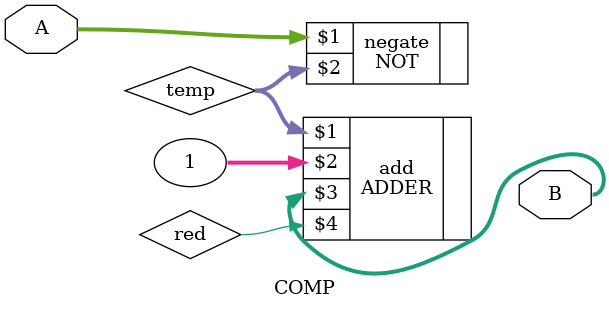
<source format=v>
`timescale 1ns / 1ps
module COMP(input[31:0] A, output[31:0] B);
	
	wire[31:0] temp;
	wire red;
	NOT negate(A, temp);
	ADDER add(temp, 1, B, red);
	
endmodule

</source>
